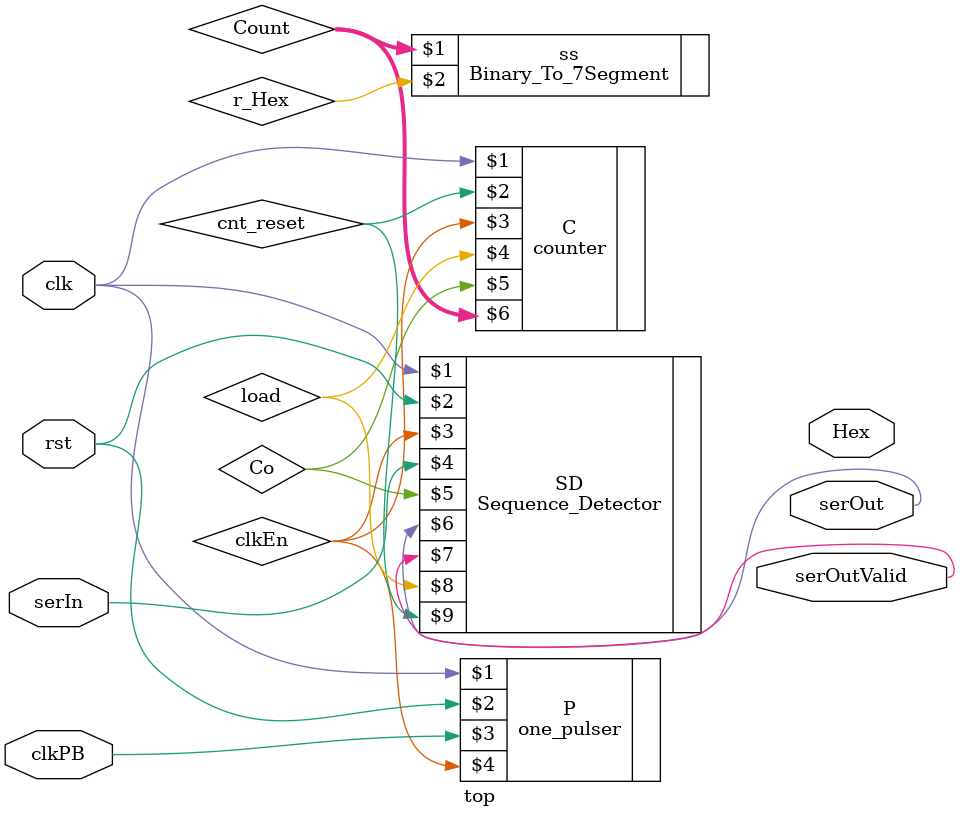
<source format=v>
module top(input clk,rst,clkPB,serIn , output[6:0] Hex ,output serOut,serOutValid );
	wire clkEn,Co,cnt_reset,load;
	wire [3:0] Count;
	counter C(clk,cnt_reset,clkEn,load,Co,Count);
	Sequence_Detector SD(clk,rst,clkEn,serIn,Co,serOut,serOutValid,load,cnt_reset);
	one_pulser P(clk,rst,clkPB,clkEn);
	Binary_To_7Segment ss(Count,r_Hex);
endmodule

</source>
